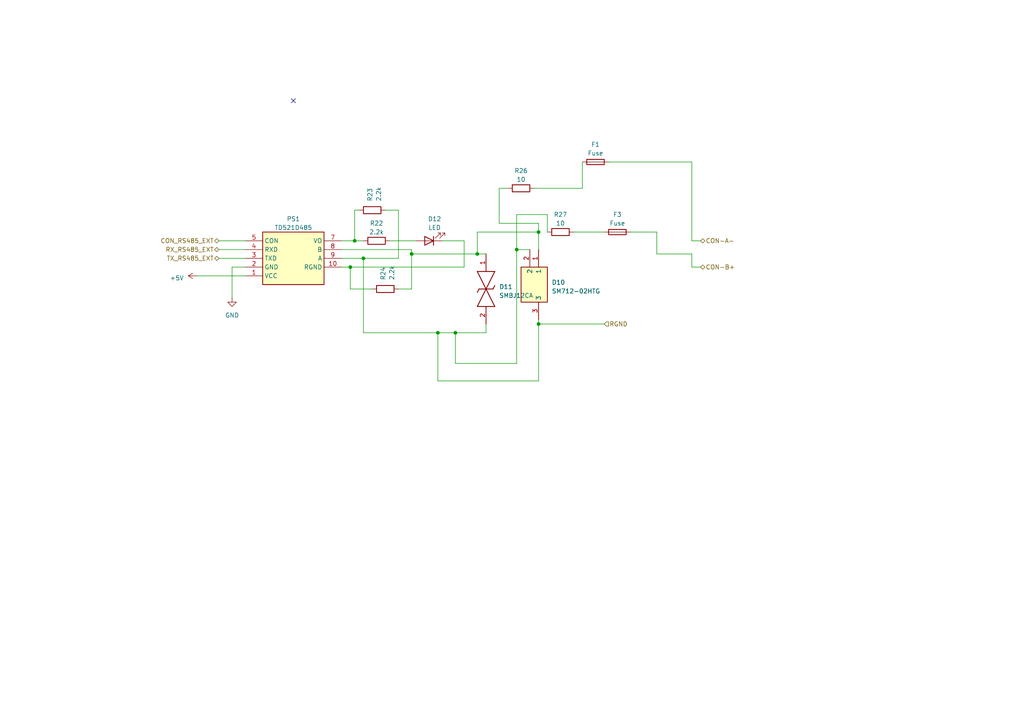
<source format=kicad_sch>
(kicad_sch (version 20230121) (generator eeschema)

  (uuid c21b959d-bf24-4f94-a9b8-a79c89d0003c)

  (paper "A4")

  (lib_symbols
    (symbol "Device:Fuse" (pin_numbers hide) (pin_names (offset 0)) (in_bom yes) (on_board yes)
      (property "Reference" "F" (at 2.032 0 90)
        (effects (font (size 1.27 1.27)))
      )
      (property "Value" "Fuse" (at -1.905 0 90)
        (effects (font (size 1.27 1.27)))
      )
      (property "Footprint" "" (at -1.778 0 90)
        (effects (font (size 1.27 1.27)) hide)
      )
      (property "Datasheet" "~" (at 0 0 0)
        (effects (font (size 1.27 1.27)) hide)
      )
      (property "ki_keywords" "fuse" (at 0 0 0)
        (effects (font (size 1.27 1.27)) hide)
      )
      (property "ki_description" "Fuse" (at 0 0 0)
        (effects (font (size 1.27 1.27)) hide)
      )
      (property "ki_fp_filters" "*Fuse*" (at 0 0 0)
        (effects (font (size 1.27 1.27)) hide)
      )
      (symbol "Fuse_0_1"
        (rectangle (start -0.762 -2.54) (end 0.762 2.54)
          (stroke (width 0.254) (type default))
          (fill (type none))
        )
        (polyline
          (pts
            (xy 0 2.54)
            (xy 0 -2.54)
          )
          (stroke (width 0) (type default))
          (fill (type none))
        )
      )
      (symbol "Fuse_1_1"
        (pin passive line (at 0 3.81 270) (length 1.27)
          (name "~" (effects (font (size 1.27 1.27))))
          (number "1" (effects (font (size 1.27 1.27))))
        )
        (pin passive line (at 0 -3.81 90) (length 1.27)
          (name "~" (effects (font (size 1.27 1.27))))
          (number "2" (effects (font (size 1.27 1.27))))
        )
      )
    )
    (symbol "Device:LED" (pin_numbers hide) (pin_names (offset 1.016) hide) (in_bom yes) (on_board yes)
      (property "Reference" "D" (at 0 2.54 0)
        (effects (font (size 1.27 1.27)))
      )
      (property "Value" "LED" (at 0 -2.54 0)
        (effects (font (size 1.27 1.27)))
      )
      (property "Footprint" "" (at 0 0 0)
        (effects (font (size 1.27 1.27)) hide)
      )
      (property "Datasheet" "~" (at 0 0 0)
        (effects (font (size 1.27 1.27)) hide)
      )
      (property "ki_keywords" "LED diode" (at 0 0 0)
        (effects (font (size 1.27 1.27)) hide)
      )
      (property "ki_description" "Light emitting diode" (at 0 0 0)
        (effects (font (size 1.27 1.27)) hide)
      )
      (property "ki_fp_filters" "LED* LED_SMD:* LED_THT:*" (at 0 0 0)
        (effects (font (size 1.27 1.27)) hide)
      )
      (symbol "LED_0_1"
        (polyline
          (pts
            (xy -1.27 -1.27)
            (xy -1.27 1.27)
          )
          (stroke (width 0.254) (type default))
          (fill (type none))
        )
        (polyline
          (pts
            (xy -1.27 0)
            (xy 1.27 0)
          )
          (stroke (width 0) (type default))
          (fill (type none))
        )
        (polyline
          (pts
            (xy 1.27 -1.27)
            (xy 1.27 1.27)
            (xy -1.27 0)
            (xy 1.27 -1.27)
          )
          (stroke (width 0.254) (type default))
          (fill (type none))
        )
        (polyline
          (pts
            (xy -3.048 -0.762)
            (xy -4.572 -2.286)
            (xy -3.81 -2.286)
            (xy -4.572 -2.286)
            (xy -4.572 -1.524)
          )
          (stroke (width 0) (type default))
          (fill (type none))
        )
        (polyline
          (pts
            (xy -1.778 -0.762)
            (xy -3.302 -2.286)
            (xy -2.54 -2.286)
            (xy -3.302 -2.286)
            (xy -3.302 -1.524)
          )
          (stroke (width 0) (type default))
          (fill (type none))
        )
      )
      (symbol "LED_1_1"
        (pin passive line (at -3.81 0 0) (length 2.54)
          (name "K" (effects (font (size 1.27 1.27))))
          (number "1" (effects (font (size 1.27 1.27))))
        )
        (pin passive line (at 3.81 0 180) (length 2.54)
          (name "A" (effects (font (size 1.27 1.27))))
          (number "2" (effects (font (size 1.27 1.27))))
        )
      )
    )
    (symbol "Device:R" (pin_numbers hide) (pin_names (offset 0)) (in_bom yes) (on_board yes)
      (property "Reference" "R" (at 2.032 0 90)
        (effects (font (size 1.27 1.27)))
      )
      (property "Value" "R" (at 0 0 90)
        (effects (font (size 1.27 1.27)))
      )
      (property "Footprint" "" (at -1.778 0 90)
        (effects (font (size 1.27 1.27)) hide)
      )
      (property "Datasheet" "~" (at 0 0 0)
        (effects (font (size 1.27 1.27)) hide)
      )
      (property "ki_keywords" "R res resistor" (at 0 0 0)
        (effects (font (size 1.27 1.27)) hide)
      )
      (property "ki_description" "Resistor" (at 0 0 0)
        (effects (font (size 1.27 1.27)) hide)
      )
      (property "ki_fp_filters" "R_*" (at 0 0 0)
        (effects (font (size 1.27 1.27)) hide)
      )
      (symbol "R_0_1"
        (rectangle (start -1.016 -2.54) (end 1.016 2.54)
          (stroke (width 0.254) (type default))
          (fill (type none))
        )
      )
      (symbol "R_1_1"
        (pin passive line (at 0 3.81 270) (length 1.27)
          (name "~" (effects (font (size 1.27 1.27))))
          (number "1" (effects (font (size 1.27 1.27))))
        )
        (pin passive line (at 0 -3.81 90) (length 1.27)
          (name "~" (effects (font (size 1.27 1.27))))
          (number "2" (effects (font (size 1.27 1.27))))
        )
      )
    )
    (symbol "SamacSys_Parts:SM712-02HTG" (in_bom yes) (on_board yes)
      (property "Reference" "D" (at 16.51 7.62 0)
        (effects (font (size 1.27 1.27)) (justify left top))
      )
      (property "Value" "SM712-02HTG" (at 16.51 5.08 0)
        (effects (font (size 1.27 1.27)) (justify left top))
      )
      (property "Footprint" "SM71202HTG" (at 16.51 -94.92 0)
        (effects (font (size 1.27 1.27)) (justify left top) hide)
      )
      (property "Datasheet" "https://www.littelfuse.com/media?resourcetype=datasheets&itemid=a4019802-ff62-41ff-bf66-295f97422f81&filename=littelfuse-tvs-diode-array-sm712-datasheet" (at 16.51 -194.92 0)
        (effects (font (size 1.27 1.27)) (justify left top) hide)
      )
      (property "Height" "1.12" (at 16.51 -394.92 0)
        (effects (font (size 1.27 1.27)) (justify left top) hide)
      )
      (property "Manufacturer_Name" "LITTELFUSE" (at 16.51 -494.92 0)
        (effects (font (size 1.27 1.27)) (justify left top) hide)
      )
      (property "Manufacturer_Part_Number" "SM712-02HTG" (at 16.51 -594.92 0)
        (effects (font (size 1.27 1.27)) (justify left top) hide)
      )
      (property "Mouser Part Number" "576-SM712-02HTG" (at 16.51 -694.92 0)
        (effects (font (size 1.27 1.27)) (justify left top) hide)
      )
      (property "Mouser Price/Stock" "https://www.mouser.co.uk/ProductDetail/Littelfuse/SM712-02HTG?qs=aGgfWYEhH7lQgBVBPCUDkw%3D%3D" (at 16.51 -794.92 0)
        (effects (font (size 1.27 1.27)) (justify left top) hide)
      )
      (property "Arrow Part Number" "SM712-02HTG" (at 16.51 -894.92 0)
        (effects (font (size 1.27 1.27)) (justify left top) hide)
      )
      (property "Arrow Price/Stock" "https://www.arrow.com/en/products/sm712-02htg/littelfuse?region=europe" (at 16.51 -994.92 0)
        (effects (font (size 1.27 1.27)) (justify left top) hide)
      )
      (property "ki_description" "31V, 19V Clamp 19A (8/20s) Ipp Tvs Diode Surface Mount SOT-23-3" (at 0 0 0)
        (effects (font (size 1.27 1.27)) hide)
      )
      (symbol "SM712-02HTG_1_1"
        (rectangle (start 5.08 2.54) (end 15.24 -5.08)
          (stroke (width 0.254) (type default))
          (fill (type background))
        )
        (pin passive line (at 0 0 0) (length 5.08)
          (name "1" (effects (font (size 1.27 1.27))))
          (number "1" (effects (font (size 1.27 1.27))))
        )
        (pin passive line (at 0 -2.54 0) (length 5.08)
          (name "2" (effects (font (size 1.27 1.27))))
          (number "2" (effects (font (size 1.27 1.27))))
        )
        (pin passive line (at 20.32 0 180) (length 5.08)
          (name "3" (effects (font (size 1.27 1.27))))
          (number "3" (effects (font (size 1.27 1.27))))
        )
      )
    )
    (symbol "SamacSys_Parts:SMBJ12CA" (pin_names hide) (in_bom yes) (on_board yes)
      (property "Reference" "D" (at 12.7 8.89 0)
        (effects (font (size 1.27 1.27)) (justify left bottom))
      )
      (property "Value" "SMBJ12CA" (at 12.7 6.35 0)
        (effects (font (size 1.27 1.27)) (justify left bottom))
      )
      (property "Footprint" "DIONM5436X245N" (at 12.7 -93.65 0)
        (effects (font (size 1.27 1.27)) (justify left bottom) hide)
      )
      (property "Datasheet" "https://componentsearchengine.com/Datasheets/2/SMBJ12CA.pdf" (at 12.7 -193.65 0)
        (effects (font (size 1.27 1.27)) (justify left bottom) hide)
      )
      (property "Height" "2.45" (at 12.7 -393.65 0)
        (effects (font (size 1.27 1.27)) (justify left bottom) hide)
      )
      (property "Manufacturer_Name" "Taiwan Semiconductor" (at 12.7 -493.65 0)
        (effects (font (size 1.27 1.27)) (justify left bottom) hide)
      )
      (property "Manufacturer_Part_Number" "SMBJ12CA" (at 12.7 -593.65 0)
        (effects (font (size 1.27 1.27)) (justify left bottom) hide)
      )
      (property "Mouser Part Number" "821-SMBJ12CA" (at 12.7 -693.65 0)
        (effects (font (size 1.27 1.27)) (justify left bottom) hide)
      )
      (property "Mouser Price/Stock" "https://www.mouser.co.uk/ProductDetail/Taiwan-Semiconductor/SMBJ12CA?qs=tHU%2FlV7kTyRAeZbjda26tQ%3D%3D" (at 12.7 -793.65 0)
        (effects (font (size 1.27 1.27)) (justify left bottom) hide)
      )
      (property "Arrow Part Number" "SMBJ12CA" (at 12.7 -893.65 0)
        (effects (font (size 1.27 1.27)) (justify left bottom) hide)
      )
      (property "Arrow Price/Stock" "https://www.arrow.com/en/products/smbj12ca/taiwan-semiconductor?region=nac" (at 12.7 -993.65 0)
        (effects (font (size 1.27 1.27)) (justify left bottom) hide)
      )
      (property "ki_description" "TAIWAN SEMICONDUCTOR - SMBJ12CA - DIODE, TVS, 12V, 600W, SMB" (at 0 0 0)
        (effects (font (size 1.27 1.27)) hide)
      )
      (symbol "SMBJ12CA_1_1"
        (polyline
          (pts
            (xy 5.08 2.54)
            (xy 5.08 -2.54)
          )
          (stroke (width 0.254) (type default))
          (fill (type none))
        )
        (polyline
          (pts
            (xy 5.08 2.54)
            (xy 10.16 0)
          )
          (stroke (width 0.254) (type default))
          (fill (type none))
        )
        (polyline
          (pts
            (xy 9.144 2.54)
            (xy 10.16 2.032)
          )
          (stroke (width 0.254) (type default))
          (fill (type none))
        )
        (polyline
          (pts
            (xy 10.16 -2.032)
            (xy 10.16 2.032)
          )
          (stroke (width 0.254) (type default))
          (fill (type none))
        )
        (polyline
          (pts
            (xy 10.16 -2.032)
            (xy 11.176 -2.54)
          )
          (stroke (width 0.254) (type default))
          (fill (type none))
        )
        (polyline
          (pts
            (xy 10.16 0)
            (xy 5.08 -2.54)
          )
          (stroke (width 0.254) (type default))
          (fill (type none))
        )
        (polyline
          (pts
            (xy 10.16 0)
            (xy 15.24 -2.54)
          )
          (stroke (width 0.254) (type default))
          (fill (type none))
        )
        (polyline
          (pts
            (xy 15.24 2.54)
            (xy 10.16 0)
          )
          (stroke (width 0.254) (type default))
          (fill (type none))
        )
        (polyline
          (pts
            (xy 15.24 2.54)
            (xy 15.24 -2.54)
          )
          (stroke (width 0.254) (type default))
          (fill (type none))
        )
        (pin passive line (at 0 0 0) (length 5.08)
          (name "1" (effects (font (size 1.27 1.27))))
          (number "1" (effects (font (size 1.27 1.27))))
        )
        (pin passive line (at 20.32 0 180) (length 5.08)
          (name "2" (effects (font (size 1.27 1.27))))
          (number "2" (effects (font (size 1.27 1.27))))
        )
      )
    )
    (symbol "SamacSys_Parts:TD521D485" (in_bom yes) (on_board yes)
      (property "Reference" "PS" (at 24.13 7.62 0)
        (effects (font (size 1.27 1.27)) (justify left top))
      )
      (property "Value" "TD521D485" (at 24.13 5.08 0)
        (effects (font (size 1.27 1.27)) (justify left top))
      )
      (property "Footprint" "TD521D485" (at 24.13 -94.92 0)
        (effects (font (size 1.27 1.27)) (justify left top) hide)
      )
      (property "Datasheet" "" (at 24.13 -194.92 0)
        (effects (font (size 1.27 1.27)) (justify left top) hide)
      )
      (property "Height" "8.1" (at 24.13 -394.92 0)
        (effects (font (size 1.27 1.27)) (justify left top) hide)
      )
      (property "Manufacturer_Name" "Mornsun Power" (at 24.13 -494.92 0)
        (effects (font (size 1.27 1.27)) (justify left top) hide)
      )
      (property "Manufacturer_Part_Number" "TD521D485" (at 24.13 -594.92 0)
        (effects (font (size 1.27 1.27)) (justify left top) hide)
      )
      (property "Mouser Part Number" "" (at 24.13 -694.92 0)
        (effects (font (size 1.27 1.27)) (justify left top) hide)
      )
      (property "Mouser Price/Stock" "" (at 24.13 -794.92 0)
        (effects (font (size 1.27 1.27)) (justify left top) hide)
      )
      (property "Arrow Part Number" "" (at 24.13 -894.92 0)
        (effects (font (size 1.27 1.27)) (justify left top) hide)
      )
      (property "Arrow Price/Stock" "" (at 24.13 -994.92 0)
        (effects (font (size 1.27 1.27)) (justify left top) hide)
      )
      (property "ki_description" "Interface Circuit" (at 0 0 0)
        (effects (font (size 1.27 1.27)) hide)
      )
      (symbol "TD521D485_1_1"
        (rectangle (start 5.08 2.54) (end 22.86 -12.7)
          (stroke (width 0.254) (type default))
          (fill (type background))
        )
        (pin passive line (at 0 -10.16 0) (length 5.08)
          (name "VCC" (effects (font (size 1.27 1.27))))
          (number "1" (effects (font (size 1.27 1.27))))
        )
        (pin passive line (at 27.94 -7.62 180) (length 5.08)
          (name "RGND" (effects (font (size 1.27 1.27))))
          (number "10" (effects (font (size 1.27 1.27))))
        )
        (pin passive line (at 0 -7.62 0) (length 5.08)
          (name "GND" (effects (font (size 1.27 1.27))))
          (number "2" (effects (font (size 1.27 1.27))))
        )
        (pin passive line (at 0 -5.08 0) (length 5.08)
          (name "TXD" (effects (font (size 1.27 1.27))))
          (number "3" (effects (font (size 1.27 1.27))))
        )
        (pin passive line (at 0 -2.54 0) (length 5.08)
          (name "RXD" (effects (font (size 1.27 1.27))))
          (number "4" (effects (font (size 1.27 1.27))))
        )
        (pin passive line (at 0 0 0) (length 5.08)
          (name "CON" (effects (font (size 1.27 1.27))))
          (number "5" (effects (font (size 1.27 1.27))))
        )
        (pin passive line (at 27.94 0 180) (length 5.08)
          (name "VO" (effects (font (size 1.27 1.27))))
          (number "7" (effects (font (size 1.27 1.27))))
        )
        (pin passive line (at 27.94 -2.54 180) (length 5.08)
          (name "B" (effects (font (size 1.27 1.27))))
          (number "8" (effects (font (size 1.27 1.27))))
        )
        (pin passive line (at 27.94 -5.08 180) (length 5.08)
          (name "A" (effects (font (size 1.27 1.27))))
          (number "9" (effects (font (size 1.27 1.27))))
        )
      )
    )
    (symbol "power:+5V" (power) (pin_names (offset 0)) (in_bom yes) (on_board yes)
      (property "Reference" "#PWR" (at 0 -3.81 0)
        (effects (font (size 1.27 1.27)) hide)
      )
      (property "Value" "+5V" (at 0 3.556 0)
        (effects (font (size 1.27 1.27)))
      )
      (property "Footprint" "" (at 0 0 0)
        (effects (font (size 1.27 1.27)) hide)
      )
      (property "Datasheet" "" (at 0 0 0)
        (effects (font (size 1.27 1.27)) hide)
      )
      (property "ki_keywords" "global power" (at 0 0 0)
        (effects (font (size 1.27 1.27)) hide)
      )
      (property "ki_description" "Power symbol creates a global label with name \"+5V\"" (at 0 0 0)
        (effects (font (size 1.27 1.27)) hide)
      )
      (symbol "+5V_0_1"
        (polyline
          (pts
            (xy -0.762 1.27)
            (xy 0 2.54)
          )
          (stroke (width 0) (type default))
          (fill (type none))
        )
        (polyline
          (pts
            (xy 0 0)
            (xy 0 2.54)
          )
          (stroke (width 0) (type default))
          (fill (type none))
        )
        (polyline
          (pts
            (xy 0 2.54)
            (xy 0.762 1.27)
          )
          (stroke (width 0) (type default))
          (fill (type none))
        )
      )
      (symbol "+5V_1_1"
        (pin power_in line (at 0 0 90) (length 0) hide
          (name "+5V" (effects (font (size 1.27 1.27))))
          (number "1" (effects (font (size 1.27 1.27))))
        )
      )
    )
    (symbol "power:GND" (power) (pin_names (offset 0)) (in_bom yes) (on_board yes)
      (property "Reference" "#PWR" (at 0 -6.35 0)
        (effects (font (size 1.27 1.27)) hide)
      )
      (property "Value" "GND" (at 0 -3.81 0)
        (effects (font (size 1.27 1.27)))
      )
      (property "Footprint" "" (at 0 0 0)
        (effects (font (size 1.27 1.27)) hide)
      )
      (property "Datasheet" "" (at 0 0 0)
        (effects (font (size 1.27 1.27)) hide)
      )
      (property "ki_keywords" "global power" (at 0 0 0)
        (effects (font (size 1.27 1.27)) hide)
      )
      (property "ki_description" "Power symbol creates a global label with name \"GND\" , ground" (at 0 0 0)
        (effects (font (size 1.27 1.27)) hide)
      )
      (symbol "GND_0_1"
        (polyline
          (pts
            (xy 0 0)
            (xy 0 -1.27)
            (xy 1.27 -1.27)
            (xy 0 -2.54)
            (xy -1.27 -1.27)
            (xy 0 -1.27)
          )
          (stroke (width 0) (type default))
          (fill (type none))
        )
      )
      (symbol "GND_1_1"
        (pin power_in line (at 0 0 270) (length 0) hide
          (name "GND" (effects (font (size 1.27 1.27))))
          (number "1" (effects (font (size 1.27 1.27))))
        )
      )
    )
  )

  (junction (at 149.86 72.39) (diameter 0) (color 0 0 0 0)
    (uuid 101f509b-d47f-46bc-8e79-e16e9ebaaa98)
  )
  (junction (at 138.43 73.66) (diameter 0) (color 0 0 0 0)
    (uuid 1a834efc-663c-4a42-a725-f925d20194c1)
  )
  (junction (at 102.87 69.85) (diameter 0) (color 0 0 0 0)
    (uuid 5cea67d0-0fb6-4848-8300-dcbb0f0f8d44)
  )
  (junction (at 119.38 73.66) (diameter 0) (color 0 0 0 0)
    (uuid 603cfd00-d271-4668-a956-628cb9109589)
  )
  (junction (at 156.21 93.98) (diameter 0) (color 0 0 0 0)
    (uuid a0be6b13-9a6e-4dc0-91ec-e05138ce36c0)
  )
  (junction (at 156.21 67.31) (diameter 0) (color 0 0 0 0)
    (uuid b945cf15-250a-496b-8bae-60cd6e68f6ea)
  )
  (junction (at 105.41 74.93) (diameter 0) (color 0 0 0 0)
    (uuid bd103841-874e-4fce-b469-6fb107bb6a8a)
  )
  (junction (at 101.6 77.47) (diameter 0) (color 0 0 0 0)
    (uuid d5b6bd9c-28d7-4c45-a585-2c9c60a3a86d)
  )
  (junction (at 127 96.52) (diameter 0) (color 0 0 0 0)
    (uuid d5d75d7a-9d0f-4c9a-8bb8-453a8dcaf0a0)
  )
  (junction (at 132.08 96.52) (diameter 0) (color 0 0 0 0)
    (uuid f5c47bf4-9340-4f33-bc79-581b6d93a5aa)
  )

  (no_connect (at 85.09 29.21) (uuid 3d59d273-b4b6-46b1-bbdd-6b3f8e38acc9))

  (wire (pts (xy 71.12 77.47) (xy 67.31 77.47))
    (stroke (width 0) (type default))
    (uuid 033d8314-eb7a-4f51-b3a7-7481cfc274f3)
  )
  (wire (pts (xy 144.78 54.61) (xy 144.78 64.77))
    (stroke (width 0) (type default))
    (uuid 053a88d7-ae7d-4749-ad7c-0a3cd039d0e9)
  )
  (wire (pts (xy 99.06 77.47) (xy 101.6 77.47))
    (stroke (width 0) (type default))
    (uuid 078d2739-1390-4252-a908-a00fe567b5fe)
  )
  (wire (pts (xy 203.2 77.47) (xy 200.66 77.47))
    (stroke (width 0) (type default))
    (uuid 13becd20-592e-4256-ac1a-4d4db0db86f3)
  )
  (wire (pts (xy 156.21 93.98) (xy 156.21 110.49))
    (stroke (width 0) (type default))
    (uuid 17205335-1906-4b9f-a53e-fccdaf77b30d)
  )
  (wire (pts (xy 138.43 67.31) (xy 138.43 73.66))
    (stroke (width 0) (type default))
    (uuid 1f682c0b-20d2-4878-9fda-788a96c1c5b2)
  )
  (wire (pts (xy 158.75 67.31) (xy 158.75 62.23))
    (stroke (width 0) (type default))
    (uuid 1fcb9d68-47f2-444a-aa17-d6e460cc7f77)
  )
  (wire (pts (xy 138.43 67.31) (xy 156.21 67.31))
    (stroke (width 0) (type default))
    (uuid 22a0e582-e361-45a6-8793-28c69853926b)
  )
  (wire (pts (xy 119.38 73.66) (xy 138.43 73.66))
    (stroke (width 0) (type default))
    (uuid 24041d24-3f37-4973-a268-001a3c744acd)
  )
  (wire (pts (xy 156.21 92.71) (xy 156.21 93.98))
    (stroke (width 0) (type default))
    (uuid 27011e13-bd54-4e42-be92-bfd47244a4a6)
  )
  (wire (pts (xy 104.14 60.96) (xy 102.87 60.96))
    (stroke (width 0) (type default))
    (uuid 279386ee-4bee-4dbf-89a0-32a811d4ed04)
  )
  (wire (pts (xy 156.21 64.77) (xy 156.21 67.31))
    (stroke (width 0) (type default))
    (uuid 2d1d7fa0-fd14-4c61-b596-0d6dd3b2acf7)
  )
  (wire (pts (xy 200.66 69.85) (xy 200.66 46.99))
    (stroke (width 0) (type default))
    (uuid 31b8b931-39fa-481d-bcde-0b462c7167cd)
  )
  (wire (pts (xy 119.38 83.82) (xy 119.38 73.66))
    (stroke (width 0) (type default))
    (uuid 337da8ca-0bfb-4f4f-a251-1efe8d47c228)
  )
  (wire (pts (xy 115.57 74.93) (xy 115.57 60.96))
    (stroke (width 0) (type default))
    (uuid 348540b1-7c5b-43ed-8b26-89fe32e2f3ea)
  )
  (wire (pts (xy 127 96.52) (xy 105.41 96.52))
    (stroke (width 0) (type default))
    (uuid 3497b683-c87c-49a4-ae1c-a5e0d283baa6)
  )
  (wire (pts (xy 63.5 72.39) (xy 71.12 72.39))
    (stroke (width 0) (type default))
    (uuid 39e68f52-caab-4376-8d87-8040f211e6f3)
  )
  (wire (pts (xy 138.43 73.66) (xy 140.97 73.66))
    (stroke (width 0) (type default))
    (uuid 48c95c92-875d-4ee3-80f4-ea8a3f9a0e83)
  )
  (wire (pts (xy 140.97 96.52) (xy 132.08 96.52))
    (stroke (width 0) (type default))
    (uuid 49ce2d6b-23e3-459f-8c3a-e2c25f185c0c)
  )
  (wire (pts (xy 57.15 80.01) (xy 71.12 80.01))
    (stroke (width 0) (type default))
    (uuid 4b7cb285-8aa1-4807-8500-ae7d92d244ba)
  )
  (wire (pts (xy 175.26 93.98) (xy 156.21 93.98))
    (stroke (width 0) (type default))
    (uuid 4d48aec7-385d-4871-83dc-a0aec86f35f7)
  )
  (wire (pts (xy 105.41 74.93) (xy 115.57 74.93))
    (stroke (width 0) (type default))
    (uuid 4e1ee161-4625-4b94-b745-fc9a6d15700f)
  )
  (wire (pts (xy 113.03 69.85) (xy 120.65 69.85))
    (stroke (width 0) (type default))
    (uuid 4e9df454-e3a1-4622-9ecf-aa672c2531c5)
  )
  (wire (pts (xy 67.31 77.47) (xy 67.31 86.36))
    (stroke (width 0) (type default))
    (uuid 4f97dbd7-d1d7-4aad-a025-d80cbcc24698)
  )
  (wire (pts (xy 101.6 77.47) (xy 101.6 83.82))
    (stroke (width 0) (type default))
    (uuid 52339935-95e2-444a-b6ce-6fe4eae3a6a3)
  )
  (wire (pts (xy 101.6 77.47) (xy 134.62 77.47))
    (stroke (width 0) (type default))
    (uuid 538f17e0-7cdc-4bd1-a323-7c3cd6cf20e0)
  )
  (wire (pts (xy 200.66 77.47) (xy 200.66 73.66))
    (stroke (width 0) (type default))
    (uuid 54962c88-9cc0-4ddc-95b2-5efb2650c1fc)
  )
  (wire (pts (xy 127 110.49) (xy 127 96.52))
    (stroke (width 0) (type default))
    (uuid 56a49c56-26cd-4f14-aa6e-07534e6a970f)
  )
  (wire (pts (xy 200.66 46.99) (xy 176.53 46.99))
    (stroke (width 0) (type default))
    (uuid 58b0464c-b4a3-43d5-aa20-123a6497d37a)
  )
  (wire (pts (xy 153.67 72.39) (xy 149.86 72.39))
    (stroke (width 0) (type default))
    (uuid 5afc96aa-4f38-465b-b9af-33822a6322aa)
  )
  (wire (pts (xy 63.5 74.93) (xy 71.12 74.93))
    (stroke (width 0) (type default))
    (uuid 5e80cc5b-0b89-486f-8727-bb1a8d684e11)
  )
  (wire (pts (xy 190.5 73.66) (xy 200.66 73.66))
    (stroke (width 0) (type default))
    (uuid 62f081aa-fd00-4107-b576-8cf5515fd0d2)
  )
  (wire (pts (xy 99.06 74.93) (xy 105.41 74.93))
    (stroke (width 0) (type default))
    (uuid 66879503-028d-4d30-b1e2-671229b64774)
  )
  (wire (pts (xy 132.08 96.52) (xy 127 96.52))
    (stroke (width 0) (type default))
    (uuid 6f26b377-0281-4ae8-a12a-f20e4d8bbbf1)
  )
  (wire (pts (xy 119.38 73.66) (xy 119.38 72.39))
    (stroke (width 0) (type default))
    (uuid 72257379-8769-48aa-94b5-63b0bc8f46ce)
  )
  (wire (pts (xy 140.97 93.98) (xy 140.97 96.52))
    (stroke (width 0) (type default))
    (uuid 76fa66af-c87f-4ea9-ae3a-5e1d7bd9a955)
  )
  (wire (pts (xy 147.32 54.61) (xy 144.78 54.61))
    (stroke (width 0) (type default))
    (uuid 7c2c7f78-bdf9-4b57-b272-9152f0409306)
  )
  (wire (pts (xy 99.06 69.85) (xy 102.87 69.85))
    (stroke (width 0) (type default))
    (uuid 7ea747d6-c023-451d-af7a-e77fc8ef4eba)
  )
  (wire (pts (xy 102.87 69.85) (xy 105.41 69.85))
    (stroke (width 0) (type default))
    (uuid 81b2406a-1a8a-4010-85e5-f962403a3702)
  )
  (wire (pts (xy 156.21 72.39) (xy 156.21 67.31))
    (stroke (width 0) (type default))
    (uuid 81b3bfac-f7da-47c7-8dce-1a465d521a11)
  )
  (wire (pts (xy 166.37 67.31) (xy 175.26 67.31))
    (stroke (width 0) (type default))
    (uuid 89eb8a58-a431-446a-af65-bb5b035b1721)
  )
  (wire (pts (xy 149.86 62.23) (xy 149.86 72.39))
    (stroke (width 0) (type default))
    (uuid 8db2ac3d-66bd-4a29-9062-59474b7aeb61)
  )
  (wire (pts (xy 115.57 83.82) (xy 119.38 83.82))
    (stroke (width 0) (type default))
    (uuid 93c14fa7-0772-426e-80e5-dda1e85368bb)
  )
  (wire (pts (xy 102.87 60.96) (xy 102.87 69.85))
    (stroke (width 0) (type default))
    (uuid 9c5d80b3-e70b-4241-b12b-9b9bb79d5053)
  )
  (wire (pts (xy 200.66 69.85) (xy 203.2 69.85))
    (stroke (width 0) (type default))
    (uuid 9cd220c0-a036-4cf3-b116-1d8a2baba5ea)
  )
  (wire (pts (xy 154.94 54.61) (xy 168.91 54.61))
    (stroke (width 0) (type default))
    (uuid a323c5f3-d19a-4d5b-8048-e11034469f7d)
  )
  (wire (pts (xy 158.75 62.23) (xy 149.86 62.23))
    (stroke (width 0) (type default))
    (uuid a4396aa2-23f0-41ea-8473-74946e2b8d27)
  )
  (wire (pts (xy 156.21 110.49) (xy 127 110.49))
    (stroke (width 0) (type default))
    (uuid b674403e-a80e-4d70-bd94-dd75299703cc)
  )
  (wire (pts (xy 132.08 105.41) (xy 132.08 96.52))
    (stroke (width 0) (type default))
    (uuid baa31ba6-0036-4062-b16a-68235ad0aa95)
  )
  (wire (pts (xy 107.95 83.82) (xy 101.6 83.82))
    (stroke (width 0) (type default))
    (uuid bc47b44a-0341-4c70-8ce8-e895c05358a1)
  )
  (wire (pts (xy 115.57 60.96) (xy 111.76 60.96))
    (stroke (width 0) (type default))
    (uuid bd656369-023a-42ba-8f3c-17526f6d36b8)
  )
  (wire (pts (xy 63.5 69.85) (xy 71.12 69.85))
    (stroke (width 0) (type default))
    (uuid c1665c40-ba04-439a-9d3b-697015997552)
  )
  (wire (pts (xy 119.38 72.39) (xy 99.06 72.39))
    (stroke (width 0) (type default))
    (uuid c5935a0a-1611-4957-8e6e-1dd05c373912)
  )
  (wire (pts (xy 182.88 67.31) (xy 190.5 67.31))
    (stroke (width 0) (type default))
    (uuid cab11737-76f5-490e-bcf7-29efdcd5be69)
  )
  (wire (pts (xy 149.86 105.41) (xy 132.08 105.41))
    (stroke (width 0) (type default))
    (uuid cd3806b5-34cf-4702-ac9c-91d501f71f58)
  )
  (wire (pts (xy 144.78 64.77) (xy 156.21 64.77))
    (stroke (width 0) (type default))
    (uuid d46cc28c-6c51-403a-bafb-71fbe49c93fa)
  )
  (wire (pts (xy 105.41 96.52) (xy 105.41 74.93))
    (stroke (width 0) (type default))
    (uuid d56da113-1afa-474d-91b9-13940921cb4e)
  )
  (wire (pts (xy 134.62 77.47) (xy 134.62 69.85))
    (stroke (width 0) (type default))
    (uuid df735ea9-0c1c-4ed5-8c93-eedd7c6052cc)
  )
  (wire (pts (xy 134.62 69.85) (xy 128.27 69.85))
    (stroke (width 0) (type default))
    (uuid ea1bb4fe-493b-4a35-bb21-f3ac7b325bbf)
  )
  (wire (pts (xy 149.86 72.39) (xy 149.86 105.41))
    (stroke (width 0) (type default))
    (uuid f8313d6f-4444-4593-9b4c-d128da4cd6a2)
  )
  (wire (pts (xy 168.91 54.61) (xy 168.91 46.99))
    (stroke (width 0) (type default))
    (uuid f9f9c14c-255f-493a-9d3b-ac9027178041)
  )
  (wire (pts (xy 190.5 67.31) (xy 190.5 73.66))
    (stroke (width 0) (type default))
    (uuid fa424eb6-2d4e-4e8e-9041-68550aaf82dc)
  )

  (hierarchical_label "RGND" (shape input) (at 175.26 93.98 0) (fields_autoplaced)
    (effects (font (size 1.27 1.27)) (justify left))
    (uuid 4083b071-cc98-4384-8c95-c9ab56845c7d)
  )
  (hierarchical_label "RX_RS485_EXT" (shape bidirectional) (at 63.5 72.39 180) (fields_autoplaced)
    (effects (font (size 1.27 1.27)) (justify right))
    (uuid 686481ab-9ac5-42e2-97db-07a0c2f599cb)
  )
  (hierarchical_label "CON-A-" (shape bidirectional) (at 203.2 69.85 0) (fields_autoplaced)
    (effects (font (size 1.27 1.27)) (justify left))
    (uuid 71320698-0aab-4e5b-abab-29248d116cd2)
  )
  (hierarchical_label "TX_RS485_EXT" (shape bidirectional) (at 63.5 74.93 180) (fields_autoplaced)
    (effects (font (size 1.27 1.27)) (justify right))
    (uuid 7e721e51-3f8a-4786-81bb-ea48019211a8)
  )
  (hierarchical_label "CON-B+" (shape bidirectional) (at 203.2 77.47 0) (fields_autoplaced)
    (effects (font (size 1.27 1.27)) (justify left))
    (uuid 9d0b6b5b-6cd0-4113-a32e-7706f719b258)
  )
  (hierarchical_label "CON_RS485_EXT" (shape bidirectional) (at 63.5 69.85 180) (fields_autoplaced)
    (effects (font (size 1.27 1.27)) (justify right))
    (uuid c4921868-5e10-44cf-a3df-56e5c5e6f032)
  )

  (symbol (lib_id "power:GND") (at 67.31 86.36 0) (unit 1)
    (in_bom yes) (on_board yes) (dnp no) (fields_autoplaced)
    (uuid 08b632b4-ead5-430c-a53b-ac2b1a155cb9)
    (property "Reference" "#PWR022" (at 67.31 92.71 0)
      (effects (font (size 1.27 1.27)) hide)
    )
    (property "Value" "GND" (at 67.31 91.44 0)
      (effects (font (size 1.27 1.27)))
    )
    (property "Footprint" "" (at 67.31 86.36 0)
      (effects (font (size 1.27 1.27)) hide)
    )
    (property "Datasheet" "" (at 67.31 86.36 0)
      (effects (font (size 1.27 1.27)) hide)
    )
    (pin "1" (uuid cfc40d40-6114-460c-b12d-507eb9b8b496))
    (instances
      (project "Roomlink"
        (path "/89fa4562-b33b-473b-85be-61cc5cfa855c/7b8793d2-a0eb-4dc9-926a-a0df6f98fe56/03162090-7cca-4ebc-9d52-a759f5ae4f7a"
          (reference "#PWR022") (unit 1)
        )
      )
    )
  )

  (symbol (lib_id "power:+5V") (at 57.15 80.01 90) (unit 1)
    (in_bom yes) (on_board yes) (dnp no) (fields_autoplaced)
    (uuid 1d5760fe-9a81-40ec-bff1-8ec5abb5cf86)
    (property "Reference" "#PWR021" (at 60.96 80.01 0)
      (effects (font (size 1.27 1.27)) hide)
    )
    (property "Value" "+5V" (at 53.34 80.645 90)
      (effects (font (size 1.27 1.27)) (justify left))
    )
    (property "Footprint" "" (at 57.15 80.01 0)
      (effects (font (size 1.27 1.27)) hide)
    )
    (property "Datasheet" "" (at 57.15 80.01 0)
      (effects (font (size 1.27 1.27)) hide)
    )
    (pin "1" (uuid f88a1200-5764-44c0-bae0-5dffbe743be5))
    (instances
      (project "Roomlink"
        (path "/89fa4562-b33b-473b-85be-61cc5cfa855c/7b8793d2-a0eb-4dc9-926a-a0df6f98fe56/03162090-7cca-4ebc-9d52-a759f5ae4f7a"
          (reference "#PWR021") (unit 1)
        )
      )
    )
  )

  (symbol (lib_id "SamacSys_Parts:SM712-02HTG") (at 156.21 72.39 270) (unit 1)
    (in_bom yes) (on_board yes) (dnp no) (fields_autoplaced)
    (uuid 2c4a8110-559b-4b5f-8cdd-fbbef251673d)
    (property "Reference" "D10" (at 160.02 81.915 90)
      (effects (font (size 1.27 1.27)) (justify left))
    )
    (property "Value" "SM712-02HTG" (at 160.02 84.455 90)
      (effects (font (size 1.27 1.27)) (justify left))
    )
    (property "Footprint" "SamacSys_Parts:SM71202HTG" (at 61.29 88.9 0)
      (effects (font (size 1.27 1.27)) (justify left top) hide)
    )
    (property "Datasheet" "https://www.littelfuse.com/media?resourcetype=datasheets&itemid=a4019802-ff62-41ff-bf66-295f97422f81&filename=littelfuse-tvs-diode-array-sm712-datasheet" (at -38.71 88.9 0)
      (effects (font (size 1.27 1.27)) (justify left top) hide)
    )
    (property "Height" "1.12" (at -238.71 88.9 0)
      (effects (font (size 1.27 1.27)) (justify left top) hide)
    )
    (property "Manufacturer_Name" "LITTELFUSE" (at -338.71 88.9 0)
      (effects (font (size 1.27 1.27)) (justify left top) hide)
    )
    (property "Manufacturer_Part_Number" "SM712-02HTG" (at -438.71 88.9 0)
      (effects (font (size 1.27 1.27)) (justify left top) hide)
    )
    (property "Mouser Part Number" "576-SM712-02HTG" (at -538.71 88.9 0)
      (effects (font (size 1.27 1.27)) (justify left top) hide)
    )
    (property "Mouser Price/Stock" "https://www.mouser.co.uk/ProductDetail/Littelfuse/SM712-02HTG?qs=aGgfWYEhH7lQgBVBPCUDkw%3D%3D" (at -638.71 88.9 0)
      (effects (font (size 1.27 1.27)) (justify left top) hide)
    )
    (property "Arrow Part Number" "SM712-02HTG" (at -738.71 88.9 0)
      (effects (font (size 1.27 1.27)) (justify left top) hide)
    )
    (property "Arrow Price/Stock" "https://www.arrow.com/en/products/sm712-02htg/littelfuse?region=europe" (at -838.71 88.9 0)
      (effects (font (size 1.27 1.27)) (justify left top) hide)
    )
    (pin "1" (uuid e8e8ccc5-703a-48df-a1f5-a1f7349bc94b))
    (pin "2" (uuid 5a9a1845-7643-480c-86e7-66f39d1af47b))
    (pin "3" (uuid e09129a3-28ac-4bab-b420-e9ea62c507c3))
    (instances
      (project "Roomlink"
        (path "/89fa4562-b33b-473b-85be-61cc5cfa855c/7b8793d2-a0eb-4dc9-926a-a0df6f98fe56/03162090-7cca-4ebc-9d52-a759f5ae4f7a"
          (reference "D10") (unit 1)
        )
      )
    )
  )

  (symbol (lib_id "SamacSys_Parts:TD521D485") (at 71.12 69.85 0) (unit 1)
    (in_bom yes) (on_board yes) (dnp no) (fields_autoplaced)
    (uuid 4fe60426-c471-4d74-8ac8-4df121c8aca0)
    (property "Reference" "PS1" (at 85.09 63.5 0)
      (effects (font (size 1.27 1.27)))
    )
    (property "Value" "TD521D485" (at 85.09 66.04 0)
      (effects (font (size 1.27 1.27)))
    )
    (property "Footprint" "SamacSys_Parts:TD521D485" (at 95.25 164.77 0)
      (effects (font (size 1.27 1.27)) (justify left top) hide)
    )
    (property "Datasheet" "" (at 95.25 264.77 0)
      (effects (font (size 1.27 1.27)) (justify left top) hide)
    )
    (property "Height" "8.1" (at 95.25 464.77 0)
      (effects (font (size 1.27 1.27)) (justify left top) hide)
    )
    (property "Manufacturer_Name" "Mornsun Power" (at 95.25 564.77 0)
      (effects (font (size 1.27 1.27)) (justify left top) hide)
    )
    (property "Manufacturer_Part_Number" "TD521D485" (at 95.25 664.77 0)
      (effects (font (size 1.27 1.27)) (justify left top) hide)
    )
    (property "Mouser Part Number" "" (at 95.25 764.77 0)
      (effects (font (size 1.27 1.27)) (justify left top) hide)
    )
    (property "Mouser Price/Stock" "" (at 95.25 864.77 0)
      (effects (font (size 1.27 1.27)) (justify left top) hide)
    )
    (property "Arrow Part Number" "" (at 95.25 964.77 0)
      (effects (font (size 1.27 1.27)) (justify left top) hide)
    )
    (property "Arrow Price/Stock" "" (at 95.25 1064.77 0)
      (effects (font (size 1.27 1.27)) (justify left top) hide)
    )
    (pin "1" (uuid 5babc9aa-6efa-4134-8107-de53cdec109b))
    (pin "10" (uuid dbbc5a41-003e-4464-888e-6fcd6bdc3f00))
    (pin "2" (uuid 41126fec-5517-4e09-bdea-d25554605572))
    (pin "3" (uuid 11058daf-6431-4aaa-bfa0-013d6c5a3a5d))
    (pin "4" (uuid 8b098017-e606-4900-9a0c-c2c702513b25))
    (pin "5" (uuid c91dbf48-7b7e-42b5-b73c-cca188ea4e47))
    (pin "7" (uuid 59dd6ec4-1f3b-4e9b-9da0-c243966a9fbb))
    (pin "8" (uuid 4e2c0f0e-61f9-4d36-bef3-c412f973d8db))
    (pin "9" (uuid 44d06a0a-7085-4536-9666-f8144bfd1eb3))
    (instances
      (project "Roomlink"
        (path "/89fa4562-b33b-473b-85be-61cc5cfa855c/7b8793d2-a0eb-4dc9-926a-a0df6f98fe56/03162090-7cca-4ebc-9d52-a759f5ae4f7a"
          (reference "PS1") (unit 1)
        )
      )
    )
  )

  (symbol (lib_id "Device:R") (at 107.95 60.96 90) (unit 1)
    (in_bom yes) (on_board yes) (dnp no)
    (uuid 586d8213-f7af-4ae2-a59e-fae69db868f2)
    (property "Reference" "R23" (at 107.315 58.42 0)
      (effects (font (size 1.27 1.27)) (justify left))
    )
    (property "Value" "2.2k" (at 109.855 58.42 0)
      (effects (font (size 1.27 1.27)) (justify left))
    )
    (property "Footprint" "Resistor_SMD:R_0805_2012Metric_Pad1.20x1.40mm_HandSolder" (at 107.95 62.738 90)
      (effects (font (size 1.27 1.27)) hide)
    )
    (property "Datasheet" "~" (at 107.95 60.96 0)
      (effects (font (size 1.27 1.27)) hide)
    )
    (pin "1" (uuid ecec9f92-dc7e-46ec-8a50-733a7de60246))
    (pin "2" (uuid 4527ef47-4d68-4bc3-8860-524509038acd))
    (instances
      (project "Roomlink"
        (path "/89fa4562-b33b-473b-85be-61cc5cfa855c/7b8793d2-a0eb-4dc9-926a-a0df6f98fe56/03162090-7cca-4ebc-9d52-a759f5ae4f7a"
          (reference "R23") (unit 1)
        )
      )
    )
  )

  (symbol (lib_id "Device:R") (at 162.56 67.31 90) (unit 1)
    (in_bom yes) (on_board yes) (dnp no) (fields_autoplaced)
    (uuid 664c8b89-03c8-40d9-948a-ec60d27230a5)
    (property "Reference" "R27" (at 162.56 62.23 90)
      (effects (font (size 1.27 1.27)))
    )
    (property "Value" "10" (at 162.56 64.77 90)
      (effects (font (size 1.27 1.27)))
    )
    (property "Footprint" "Resistor_SMD:R_0805_2012Metric_Pad1.20x1.40mm_HandSolder" (at 162.56 69.088 90)
      (effects (font (size 1.27 1.27)) hide)
    )
    (property "Datasheet" "~" (at 162.56 67.31 0)
      (effects (font (size 1.27 1.27)) hide)
    )
    (pin "1" (uuid 436c505e-08dd-40c5-929b-56fe2832c008))
    (pin "2" (uuid 83e2daed-5bd1-4b9c-9127-ce1cd0c5e7e0))
    (instances
      (project "Roomlink"
        (path "/89fa4562-b33b-473b-85be-61cc5cfa855c/7b8793d2-a0eb-4dc9-926a-a0df6f98fe56/03162090-7cca-4ebc-9d52-a759f5ae4f7a"
          (reference "R27") (unit 1)
        )
      )
    )
  )

  (symbol (lib_id "Device:LED") (at 124.46 69.85 180) (unit 1)
    (in_bom yes) (on_board yes) (dnp no) (fields_autoplaced)
    (uuid 6e98a492-d7f8-460c-9816-f05705437786)
    (property "Reference" "D12" (at 126.0475 63.5 0)
      (effects (font (size 1.27 1.27)))
    )
    (property "Value" "LED" (at 126.0475 66.04 0)
      (effects (font (size 1.27 1.27)))
    )
    (property "Footprint" "LED_SMD:LED_0805_2012Metric_Pad1.15x1.40mm_HandSolder" (at 124.46 69.85 0)
      (effects (font (size 1.27 1.27)) hide)
    )
    (property "Datasheet" "~" (at 124.46 69.85 0)
      (effects (font (size 1.27 1.27)) hide)
    )
    (pin "1" (uuid d71e251e-6ab6-4588-afba-f508eefb9afc))
    (pin "2" (uuid 40b8c8b1-cd2b-4aec-baeb-f4e2d407d96a))
    (instances
      (project "Roomlink"
        (path "/89fa4562-b33b-473b-85be-61cc5cfa855c/7b8793d2-a0eb-4dc9-926a-a0df6f98fe56/03162090-7cca-4ebc-9d52-a759f5ae4f7a"
          (reference "D12") (unit 1)
        )
      )
    )
  )

  (symbol (lib_id "Device:R") (at 151.13 54.61 90) (unit 1)
    (in_bom yes) (on_board yes) (dnp no) (fields_autoplaced)
    (uuid 8ec2603e-7ab5-403f-89b1-a0cf22858389)
    (property "Reference" "R26" (at 151.13 49.53 90)
      (effects (font (size 1.27 1.27)))
    )
    (property "Value" "10" (at 151.13 52.07 90)
      (effects (font (size 1.27 1.27)))
    )
    (property "Footprint" "Resistor_SMD:R_0805_2012Metric_Pad1.20x1.40mm_HandSolder" (at 151.13 56.388 90)
      (effects (font (size 1.27 1.27)) hide)
    )
    (property "Datasheet" "~" (at 151.13 54.61 0)
      (effects (font (size 1.27 1.27)) hide)
    )
    (pin "1" (uuid 0a410949-bd25-40cb-a817-ac1458328d84))
    (pin "2" (uuid fe668b8c-0a8d-43cd-b509-0761c8b7db06))
    (instances
      (project "Roomlink"
        (path "/89fa4562-b33b-473b-85be-61cc5cfa855c/7b8793d2-a0eb-4dc9-926a-a0df6f98fe56/03162090-7cca-4ebc-9d52-a759f5ae4f7a"
          (reference "R26") (unit 1)
        )
      )
    )
  )

  (symbol (lib_id "Device:R") (at 109.22 69.85 90) (unit 1)
    (in_bom yes) (on_board yes) (dnp no) (fields_autoplaced)
    (uuid dcece948-b04f-43a5-b61c-42f902abe651)
    (property "Reference" "R22" (at 109.22 64.77 90)
      (effects (font (size 1.27 1.27)))
    )
    (property "Value" "2.2k" (at 109.22 67.31 90)
      (effects (font (size 1.27 1.27)))
    )
    (property "Footprint" "Resistor_SMD:R_0805_2012Metric_Pad1.20x1.40mm_HandSolder" (at 109.22 71.628 90)
      (effects (font (size 1.27 1.27)) hide)
    )
    (property "Datasheet" "~" (at 109.22 69.85 0)
      (effects (font (size 1.27 1.27)) hide)
    )
    (pin "1" (uuid d626d922-203c-4e52-bc78-e9767a431e20))
    (pin "2" (uuid 393573a6-a4f5-496f-bf25-6af7443cbb2e))
    (instances
      (project "Roomlink"
        (path "/89fa4562-b33b-473b-85be-61cc5cfa855c/7b8793d2-a0eb-4dc9-926a-a0df6f98fe56/03162090-7cca-4ebc-9d52-a759f5ae4f7a"
          (reference "R22") (unit 1)
        )
      )
    )
  )

  (symbol (lib_id "Device:Fuse") (at 179.07 67.31 90) (unit 1)
    (in_bom yes) (on_board yes) (dnp no) (fields_autoplaced)
    (uuid dcfbbb4e-0b60-46e5-81d0-2c94e5e17fc3)
    (property "Reference" "F3" (at 179.07 62.23 90)
      (effects (font (size 1.27 1.27)))
    )
    (property "Value" "Fuse" (at 179.07 64.77 90)
      (effects (font (size 1.27 1.27)))
    )
    (property "Footprint" "Fuse:Fuse_0805_2012Metric" (at 179.07 69.088 90)
      (effects (font (size 1.27 1.27)) hide)
    )
    (property "Datasheet" "~" (at 179.07 67.31 0)
      (effects (font (size 1.27 1.27)) hide)
    )
    (pin "1" (uuid 4348473a-1b41-4c6a-b6a6-da1c962ee169))
    (pin "2" (uuid ec01b88d-40d9-4104-9d09-b446f34ddb46))
    (instances
      (project "Roomlink"
        (path "/89fa4562-b33b-473b-85be-61cc5cfa855c/7b8793d2-a0eb-4dc9-926a-a0df6f98fe56/03162090-7cca-4ebc-9d52-a759f5ae4f7a"
          (reference "F3") (unit 1)
        )
      )
    )
  )

  (symbol (lib_id "SamacSys_Parts:SMBJ12CA") (at 140.97 73.66 270) (unit 1)
    (in_bom yes) (on_board yes) (dnp no) (fields_autoplaced)
    (uuid ddab01aa-3d5a-496c-99bb-ba92bcc46579)
    (property "Reference" "D11" (at 144.78 83.185 90)
      (effects (font (size 1.27 1.27)) (justify left))
    )
    (property "Value" "SMBJ12CA" (at 144.78 85.725 90)
      (effects (font (size 1.27 1.27)) (justify left))
    )
    (property "Footprint" "SamacSys_Parts:DIONM5436X245N" (at 47.32 86.36 0)
      (effects (font (size 1.27 1.27)) (justify left bottom) hide)
    )
    (property "Datasheet" "https://componentsearchengine.com/Datasheets/2/SMBJ12CA.pdf" (at -52.68 86.36 0)
      (effects (font (size 1.27 1.27)) (justify left bottom) hide)
    )
    (property "Height" "2.45" (at -252.68 86.36 0)
      (effects (font (size 1.27 1.27)) (justify left bottom) hide)
    )
    (property "Manufacturer_Name" "Taiwan Semiconductor" (at -352.68 86.36 0)
      (effects (font (size 1.27 1.27)) (justify left bottom) hide)
    )
    (property "Manufacturer_Part_Number" "SMBJ12CA" (at -452.68 86.36 0)
      (effects (font (size 1.27 1.27)) (justify left bottom) hide)
    )
    (property "Mouser Part Number" "821-SMBJ12CA" (at -552.68 86.36 0)
      (effects (font (size 1.27 1.27)) (justify left bottom) hide)
    )
    (property "Mouser Price/Stock" "https://www.mouser.co.uk/ProductDetail/Taiwan-Semiconductor/SMBJ12CA?qs=tHU%2FlV7kTyRAeZbjda26tQ%3D%3D" (at -652.68 86.36 0)
      (effects (font (size 1.27 1.27)) (justify left bottom) hide)
    )
    (property "Arrow Part Number" "SMBJ12CA" (at -752.68 86.36 0)
      (effects (font (size 1.27 1.27)) (justify left bottom) hide)
    )
    (property "Arrow Price/Stock" "https://www.arrow.com/en/products/smbj12ca/taiwan-semiconductor?region=nac" (at -852.68 86.36 0)
      (effects (font (size 1.27 1.27)) (justify left bottom) hide)
    )
    (pin "1" (uuid 36a77cd8-8013-47ad-a305-344104e47679))
    (pin "2" (uuid 8be5e222-13db-4a3c-9ee5-8b979d76e1a4))
    (instances
      (project "Roomlink"
        (path "/89fa4562-b33b-473b-85be-61cc5cfa855c/7b8793d2-a0eb-4dc9-926a-a0df6f98fe56/03162090-7cca-4ebc-9d52-a759f5ae4f7a"
          (reference "D11") (unit 1)
        )
      )
    )
  )

  (symbol (lib_id "Device:Fuse") (at 172.72 46.99 270) (unit 1)
    (in_bom yes) (on_board yes) (dnp no) (fields_autoplaced)
    (uuid e0702416-4d07-4f2a-b486-61693ddbb946)
    (property "Reference" "F1" (at 172.72 41.91 90)
      (effects (font (size 1.27 1.27)))
    )
    (property "Value" "Fuse" (at 172.72 44.45 90)
      (effects (font (size 1.27 1.27)))
    )
    (property "Footprint" "Fuse:Fuse_0805_2012Metric" (at 172.72 45.212 90)
      (effects (font (size 1.27 1.27)) hide)
    )
    (property "Datasheet" "~" (at 172.72 46.99 0)
      (effects (font (size 1.27 1.27)) hide)
    )
    (pin "1" (uuid 29609180-f4f9-426c-a129-ef137113a0de))
    (pin "2" (uuid 9dac91ca-d69a-4e00-9374-e0b159667f31))
    (instances
      (project "Roomlink"
        (path "/89fa4562-b33b-473b-85be-61cc5cfa855c/7b8793d2-a0eb-4dc9-926a-a0df6f98fe56/03162090-7cca-4ebc-9d52-a759f5ae4f7a"
          (reference "F1") (unit 1)
        )
      )
    )
  )

  (symbol (lib_id "Device:R") (at 111.76 83.82 90) (unit 1)
    (in_bom yes) (on_board yes) (dnp no) (fields_autoplaced)
    (uuid f7a64aa9-85f4-4284-b8c9-b6acbe387638)
    (property "Reference" "R24" (at 111.125 81.28 0)
      (effects (font (size 1.27 1.27)) (justify left))
    )
    (property "Value" "2.2k" (at 113.665 81.28 0)
      (effects (font (size 1.27 1.27)) (justify left))
    )
    (property "Footprint" "Resistor_SMD:R_0805_2012Metric_Pad1.20x1.40mm_HandSolder" (at 111.76 85.598 90)
      (effects (font (size 1.27 1.27)) hide)
    )
    (property "Datasheet" "~" (at 111.76 83.82 0)
      (effects (font (size 1.27 1.27)) hide)
    )
    (pin "1" (uuid 17c1429a-18fd-4b77-b551-cf0c184bd42f))
    (pin "2" (uuid 6fffec16-b61d-4f31-beb1-33eea7d31ca9))
    (instances
      (project "Roomlink"
        (path "/89fa4562-b33b-473b-85be-61cc5cfa855c/7b8793d2-a0eb-4dc9-926a-a0df6f98fe56/03162090-7cca-4ebc-9d52-a759f5ae4f7a"
          (reference "R24") (unit 1)
        )
      )
    )
  )
)

</source>
